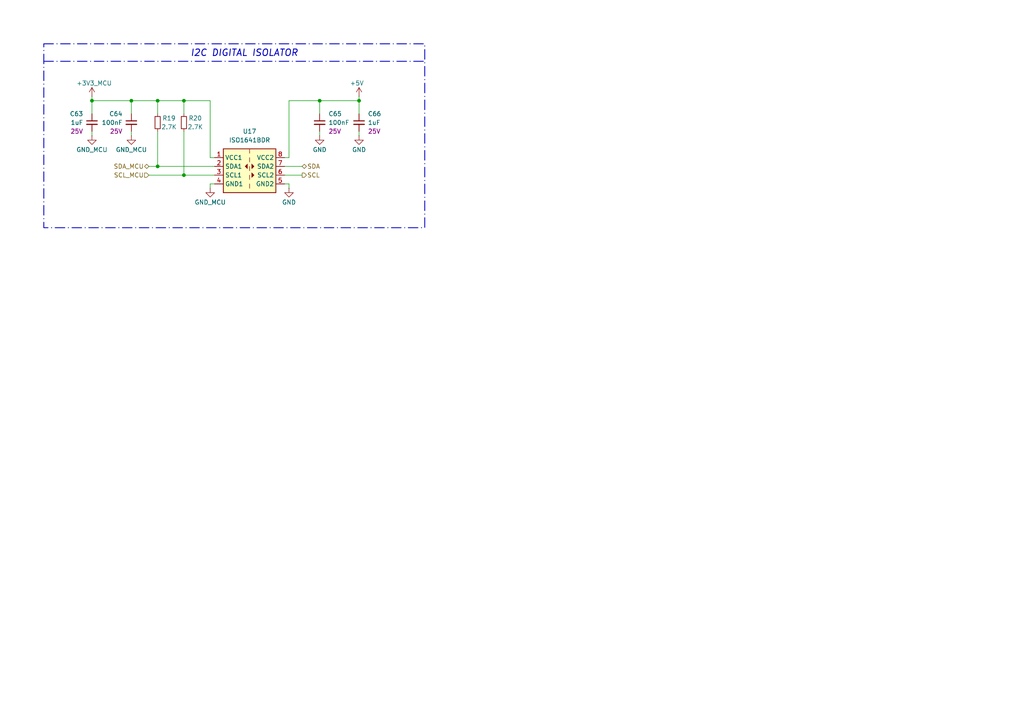
<source format=kicad_sch>
(kicad_sch (version 20231120) (generator "eeschema") (generator_version "8.0")
  (paper "A4")
  (lib_symbols
    (symbol "Device:C_Small" (pin_numbers hide) (pin_names (offset 0.254) hide)
      (property "Reference" "C" (at 0.254 1.778 0))
      (property "Value" "C_Small" (at 0.254 -2.032 0))
      (symbol "C_Small_0_1"
        (polyline (pts (xy -1.524 -0.508) (xy 1.524 -0.508)) (stroke (width 0.3302)))
        (polyline (pts (xy -1.524 0.508) (xy 1.524 0.508)) (stroke (width 0.3048)))
      )
      (symbol "C_Small_1_1"
        (pin passive line (at 0 2.54 270) (length 2.032) (name "~") (number "1"))
        (pin passive line (at 0 -2.54 90) (length 2.032) (name "~") (number "2"))
      )
    )
    (symbol "Device:R_Small" (pin_numbers hide) (pin_names (offset 0.254) hide)
      (property "Reference" "R" (at 0.762 0.508 0))
      (property "Value" "R_Small" (at 0.762 -1.016 0))
      (symbol "R_Small_0_1"
        (rectangle (start -0.762 1.778) (end 0.762 -1.778) (stroke (width 0.2032)))
      )
      (symbol "R_Small_1_1"
        (pin passive line (at 0 2.54 270) (length 0.762) (name "~") (number "1"))
        (pin passive line (at 0 -2.54 90) (length 0.762) (name "~") (number "2"))
      )
    )
    (symbol "Isolator:ISO1541"
      (property "Reference" "U" (at -6.35 6.35 0))
      (property "Value" "ISO1541" (at 3.81 6.35 0))
      (symbol "ISO1541_0_1"
        (rectangle (start -7.62 5.08) (end 7.62 -7.62) (stroke (width 0.254)) (fill (type background)))
        (rectangle (start 0 -5.08) (end 0 -6.35))
        (polyline (pts (xy 0 -2.54) (xy 0 -3.81)))
        (polyline (pts (xy 0 0) (xy 0 -1.27)))
        (polyline (pts (xy 0 2.54) (xy 0 1.27)))
        (polyline (pts (xy 0 5.08) (xy 0 3.81)))
        (polyline (pts (xy -0.635 0.635) (xy -1.27 0) (xy -0.635 -0.635) (xy -0.635 0.635)) (fill (type outline)))
        (polyline (pts (xy 0.635 -1.905) (xy 1.27 -2.54) (xy 0.635 -3.175) (xy 0.635 -1.905)) (fill (type outline)))
        (polyline (pts (xy 0.635 0.635) (xy 1.27 0) (xy 0.635 -0.635) (xy 0.635 0.635)) (fill (type outline)))
      )
      (symbol "ISO1541_1_1"
        (pin power_in line (at -10.16 2.54 0) (length 2.54) (name "VCC1") (number "1"))
        (pin bidirectional line (at -10.16 0 0) (length 2.54) (name "SDA1") (number "2"))
        (pin input line (at -10.16 -2.54 0) (length 2.54) (name "SCL1") (number "3"))
        (pin power_in line (at -10.16 -5.08 0) (length 2.54) (name "GND1") (number "4"))
        (pin power_in line (at 10.16 -5.08 180) (length 2.54) (name "GND2") (number "5"))
        (pin output line (at 10.16 -2.54 180) (length 2.54) (name "SCL2") (number "6"))
        (pin bidirectional line (at 10.16 0 180) (length 2.54) (name "SDA2") (number "7"))
        (pin power_in line (at 10.16 2.54 180) (length 2.54) (name "VCC2") (number "8"))
      )
    )
    (symbol "power:GND" (power) (pin_numbers hide) (pin_names (offset 0) hide)
      (property "Value" "GND" (at 0 -3.81 0))
      (symbol "GND_0_1"
        (polyline (pts (xy 0 0) (xy 0 -1.27) (xy 1.27 -1.27) (xy 0 -2.54) (xy -1.27 -1.27) (xy 0 -1.27)))
      )
      (symbol "GND_1_1"
        (pin power_in line (at 0 0 270) (length 0) (name "~") (number "1"))
      )
    )
    (symbol "power:VCC" (power) (pin_numbers hide) (pin_names (offset 0) hide)
      (property "Value" "VCC" (at 0 3.556 0))
      (symbol "VCC_0_1"
        (polyline (pts (xy -0.762 1.27) (xy 0 2.54)))
        (polyline (pts (xy 0 0) (xy 0 2.54)))
        (polyline (pts (xy 0 2.54) (xy 0.762 1.27)))
      )
      (symbol "VCC_1_1"
        (pin power_in line (at 0 0 90) (length 0) (name "~") (number "1"))
      )
    )
  )
  (junction (at 45.72 48.26))
  (junction (at 38.1 29.21))
  (junction (at 26.67 29.21))
  (junction (at 92.71 29.21))
  (junction (at 53.34 29.21))
  (junction (at 53.34 50.8))
  (junction (at 45.72 29.21))
  (junction (at 104.14 29.21))
  (wire (pts (xy 43.18 50.8) (xy 53.34 50.8)))
  (wire (pts (xy 45.72 38.1) (xy 45.72 48.26)))
  (wire (pts (xy 53.34 29.21) (xy 53.34 33.02)))
  (wire (pts (xy 45.72 48.26) (xy 62.23 48.26)))
  (wire (pts (xy 92.71 29.21) (xy 104.14 29.21)))
  (wire (pts (xy 83.82 29.21) (xy 83.82 45.72)))
  (wire (pts (xy 26.67 29.21) (xy 26.67 33.02)))
  (wire (pts (xy 60.96 29.21) (xy 60.96 45.72)))
  (wire (pts (xy 45.72 29.21) (xy 53.34 29.21)))
  (wire (pts (xy 83.82 54.61) (xy 83.82 53.34)))
  (wire (pts (xy 45.72 29.21) (xy 45.72 33.02)))
  (wire (pts (xy 83.82 29.21) (xy 92.71 29.21)))
  (wire (pts (xy 92.71 29.21) (xy 92.71 33.02)))
  (wire (pts (xy 38.1 29.21) (xy 45.72 29.21)))
  (wire (pts (xy 53.34 50.8) (xy 62.23 50.8)))
  (polyline (pts (xy 12.7 17.78) (xy 123.19 17.78)) (stroke (width 0.254) (type dash_dot)))
  (wire (pts (xy 26.67 29.21) (xy 38.1 29.21)))
  (wire (pts (xy 38.1 29.21) (xy 38.1 33.02)))
  (wire (pts (xy 83.82 53.34) (xy 82.55 53.34)))
  (wire (pts (xy 60.96 45.72) (xy 62.23 45.72)))
  (wire (pts (xy 87.63 50.8) (xy 82.55 50.8)))
  (wire (pts (xy 104.14 29.21) (xy 104.14 33.02)))
  (wire (pts (xy 83.82 45.72) (xy 82.55 45.72)))
  (wire (pts (xy 92.71 39.37) (xy 92.71 38.1)))
  (wire (pts (xy 60.96 53.34) (xy 62.23 53.34)))
  (wire (pts (xy 38.1 39.37) (xy 38.1 38.1)))
  (wire (pts (xy 26.67 39.37) (xy 26.67 38.1)))
  (wire (pts (xy 53.34 38.1) (xy 53.34 50.8)))
  (wire (pts (xy 104.14 39.37) (xy 104.14 38.1)))
  (wire (pts (xy 60.96 54.61) (xy 60.96 53.34)))
  (wire (pts (xy 53.34 29.21) (xy 60.96 29.21)))
  (wire (pts (xy 104.14 27.94) (xy 104.14 29.21)))
  (wire (pts (xy 43.18 48.26) (xy 45.72 48.26)))
  (wire (pts (xy 26.67 29.21) (xy 26.67 27.94)))
  (wire (pts (xy 87.63 48.26) (xy 82.55 48.26)))
  (rectangle (start 12.7 12.7) (end 123.19 66.04) (stroke (width 0.254) (type dash_dot)))
  (text "I2C DIGITAL ISOLATOR" (at 70.866 15.494 0) (effects (font (size 1.905 1.905) (thickness 0.254) (bold yes) (italic yes))))
  (hierarchical_label "SDA" (shape bidirectional) (at 87.63 48.26 0))
  (hierarchical_label "SDA_MCU" (shape bidirectional) (at 43.18 48.26 180))
  (hierarchical_label "SCL_MCU" (shape input) (at 43.18 50.8 180))
  (hierarchical_label "SCL" (shape output) (at 87.63 50.8 0))
  (symbol (lib_id "Device:C_Small") (at 92.71 35.56 0) (unit 1)
    (property "Reference" "C65" (at 95.25 33.02 0) (effects (justify left)))
    (property "Value" "100nF" (at 95.25 35.56 0) (effects (justify left)))
    (property "Footprint" "Capacitor_SMD:C_0805_2012Metric" (effects (hide yes)))
    (property "Description" "Unpolarized capacitor, small symbol" (effects (hide yes)))
    (property "Link" "https://ozdisan.com/pasif-komponentler/kapasitorler/smt-smd-ve-mlcc-kapasitorler/MCF03KTB250104/1057180" (effects (hide yes)))
    (property "Mfr.No" "MCF03KTB250104" (effects (hide yes)))
    (property "Voltage" "25V" (at 95.25 38.1 0) (effects (justify left)))
  )
  (symbol (lib_id "power:VCC") (at 104.14 27.94 0) (unit 1)
    (property "Reference" "#PWR0145" (effects (hide yes)))
    (property "Value" "+5V" (at 103.505 24.13 0))
    (property "Description" "Power symbol creates a global label with name \"VCC\"" (effects (hide yes)))
  )
  (symbol (lib_id "power:GND") (at 60.96 54.61 0) (unit 1)
    (property "Reference" "#PWR0146" (effects (hide yes)))
    (property "Value" "GND_MCU" (at 60.96 58.674 0))
    (property "Description" "Power symbol creates a global label with name \"GND\" , ground" (effects (hide yes)))
  )
  (symbol (lib_id "Device:C_Small") (at 38.1 35.56 0) (mirror y) (unit 1)
    (property "Reference" "C64" (at 35.56 33.02 0) (effects (justify left)))
    (property "Value" "100nF" (at 35.56 35.56 0) (effects (justify left)))
    (property "Footprint" "Capacitor_SMD:C_0805_2012Metric" (effects (hide yes)))
    (property "Description" "Unpolarized capacitor, small symbol" (effects (hide yes)))
    (property "Link" "https://ozdisan.com/pasif-komponentler/kapasitorler/smt-smd-ve-mlcc-kapasitorler/MCF03KTB250104/1057180" (effects (hide yes)))
    (property "Mfr.No" "MCF03KTB250104" (effects (hide yes)))
    (property "Voltage" "25V" (at 35.56 38.1 0) (effects (justify left)))
  )
  (symbol (lib_id "power:GND") (at 83.82 54.61 0) (mirror y) (unit 1)
    (property "Reference" "#PWR0147" (effects (hide yes)))
    (property "Value" "GND" (at 83.82 58.674 0))
    (property "Description" "Power symbol creates a global label with name \"GND\" , ground" (effects (hide yes)))
  )
  (symbol (lib_id "power:VCC") (at 26.67 27.94 0) (mirror y) (unit 1)
    (property "Reference" "#PWR059" (effects (hide yes)))
    (property "Value" "+3V3_MCU" (at 27.305 24.13 0))
    (property "Description" "Power symbol creates a global label with name \"VCC\"" (effects (hide yes)))
  )
  (symbol (lib_id "Isolator:ISO1541") (at 72.39 48.26 0) (unit 1)
    (property "Reference" "U17" (at 72.39 38.1 0))
    (property "Value" "ISO1641BDR" (at 72.39 40.64 0))
    (property "Footprint" "Package_SO:SOIC-8_3.9x4.9mm_P1.27mm" (effects (hide yes)))
    (property "Datasheet" "http://www.ti.com/lit/ds/symlink/iso1541.pdf" (effects (hide yes)))
    (property "Description" "I2C Isolator, 2.5 kVrms, Unidirectional Clock, Bidirectional data, SOIC-8" (effects (hide yes)))
    (property "Link" "https://www.mouser.com.tr/ProductDetail/Texas-Instruments/ISO1641BDR?qs=sGAEpiMZZMuyKkoWRCJ2WLmFe67vl1y7KepXM37VYlyLRC5qg4jU5Q%3D%3D" (effects (hide yes)))
    (property "Mfr.No" " ISO1641BDR" (effects (hide yes)))
  )
  (symbol (lib_id "Device:R_Small") (at 53.34 35.56 0) (mirror y) (unit 1)
    (property "Reference" "R20" (at 56.642 34.29 0))
    (property "Value" "2.7K" (at 56.642 36.83 0))
    (property "Footprint" "Resistor_SMD:R_0603_1608Metric" (effects (hide yes)))
    (property "Description" "Resistor, small symbol" (effects (hide yes)))
    (property "Link" "https://ozdisan.com/pasif-komponentler/direncler/smt-smd-ve-cip-direncler/0603SAF2701T5E/339151" (effects (hide yes)))
    (property "Mfr.No" "0603SAF2701T5E" (effects (hide yes)))
  )
  (symbol (lib_id "Device:C_Small") (at 104.14 35.56 0) (unit 1)
    (property "Reference" "C66" (at 106.68 33.02 0) (effects (justify left)))
    (property "Value" "1uF" (at 106.68 35.56 0) (effects (justify left)))
    (property "Footprint" "Capacitor_SMD:C_0805_2012Metric" (effects (hide yes)))
    (property "Description" "Unpolarized capacitor, small symbol" (effects (hide yes)))
    (property "Link" "https://ozdisan.com/pasif-komponentler/kapasitorler/smt-smd-ve-mlcc-kapasitorler/MCF03KTB250105/1057179" (effects (hide yes)))
    (property "Mfr.No" "MCF03KTB250105" (effects (hide yes)))
    (property "Voltage" "25V" (at 106.68 38.1 0) (effects (justify left)))
  )
  (symbol (lib_id "power:GND") (at 38.1 39.37 0) (unit 1)
    (property "Reference" "#PWR097" (effects (hide yes)))
    (property "Value" "GND_MCU" (at 38.1 43.434 0))
    (property "Description" "Power symbol creates a global label with name \"GND\" , ground" (effects (hide yes)))
  )
  (symbol (lib_id "power:GND") (at 26.67 39.37 0) (unit 1)
    (property "Reference" "#PWR060" (effects (hide yes)))
    (property "Value" "GND_MCU" (at 26.67 43.434 0))
    (property "Description" "Power symbol creates a global label with name \"GND\" , ground" (effects (hide yes)))
  )
  (symbol (lib_id "power:GND") (at 92.71 39.37 0) (mirror y) (unit 1)
    (property "Reference" "#PWR098" (effects (hide yes)))
    (property "Value" "GND" (at 92.71 43.434 0))
    (property "Description" "Power symbol creates a global label with name \"GND\" , ground" (effects (hide yes)))
  )
  (symbol (lib_id "Device:R_Small") (at 45.72 35.56 0) (mirror y) (unit 1)
    (property "Reference" "R19" (at 49.022 34.29 0))
    (property "Value" "2.7K" (at 49.022 36.83 0))
    (property "Footprint" "Resistor_SMD:R_0603_1608Metric" (effects (hide yes)))
    (property "Description" "Resistor, small symbol" (effects (hide yes)))
    (property "Link" "https://ozdisan.com/pasif-komponentler/direncler/smt-smd-ve-cip-direncler/0603SAF2701T5E/339151" (effects (hide yes)))
    (property "Mfr.No" "0603SAF2701T5E" (effects (hide yes)))
  )
  (symbol (lib_id "power:GND") (at 104.14 39.37 0) (mirror y) (unit 1)
    (property "Reference" "#PWR0108" (effects (hide yes)))
    (property "Value" "GND" (at 104.14 43.434 0))
    (property "Description" "Power symbol creates a global label with name \"GND\" , ground" (effects (hide yes)))
  )
  (symbol (lib_id "Device:C_Small") (at 26.67 35.56 0) (mirror y) (unit 1)
    (property "Reference" "C63" (at 24.13 33.02 0) (effects (justify left)))
    (property "Value" "1uF" (at 24.13 35.56 0) (effects (justify left)))
    (property "Footprint" "Capacitor_SMD:C_0805_2012Metric" (effects (hide yes)))
    (property "Description" "Unpolarized capacitor, small symbol" (effects (hide yes)))
    (property "Link" "https://ozdisan.com/pasif-komponentler/kapasitorler/smt-smd-ve-mlcc-kapasitorler/MCF03KTB250105/1057179" (effects (hide yes)))
    (property "Mfr.No" "MCF03KTB250105" (effects (hide yes)))
    (property "Voltage" "25V" (at 24.13 38.1 0) (effects (justify left)))
  )
)
</source>
